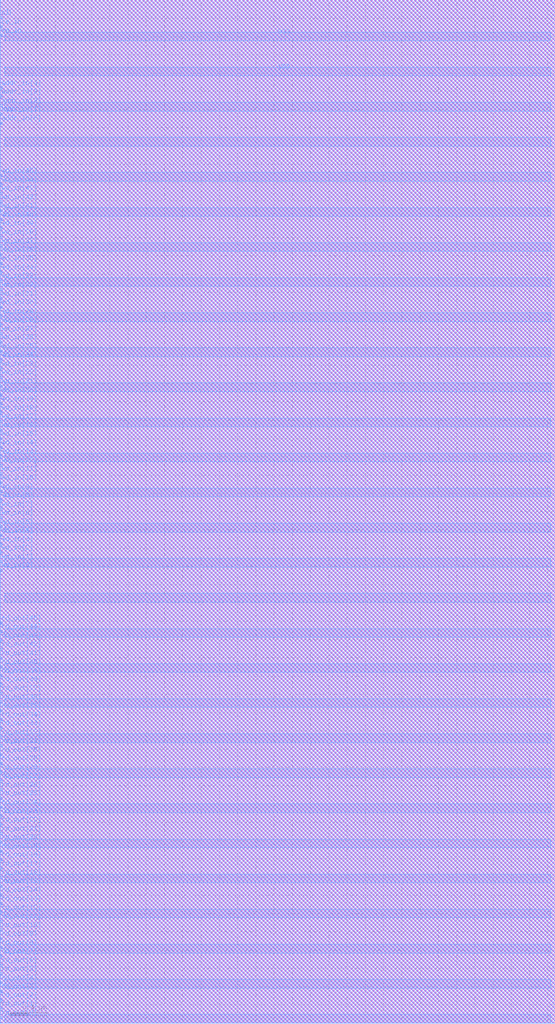
<source format=lef>
# Generated by FakeRAM 2.0
VERSION 5.7 ;
BUSBITCHARS "[]" ;
PROPERTYDEFINITIONS
  MACRO width INTEGER ;
  MACRO depth INTEGER ;
  MACRO banks INTEGER ;
END PROPERTYDEFINITIONS
MACRO fakeram_32x46
  PROPERTY width 46 ;
  PROPERTY depth 32 ;
  PROPERTY banks 1 ;
  FOREIGN fakeram_32x46 0 0 ;
  SYMMETRY X Y R90 ;
  SIZE 6.080 BY 11.200 ;
  CLASS BLOCK ;
  PIN rd_out[0]
    DIRECTION OUTPUT ;
    USE SIGNAL ;
    SHAPE ABUTMENT ;
    PORT
      LAYER M4 ;
      RECT 0.000 0.048 0.024 0.072 ;
    END
  END rd_out[0]
  PIN rd_out[1]
    DIRECTION OUTPUT ;
    USE SIGNAL ;
    SHAPE ABUTMENT ;
    PORT
      LAYER M4 ;
      RECT 0.000 0.144 0.024 0.168 ;
    END
  END rd_out[1]
  PIN rd_out[2]
    DIRECTION OUTPUT ;
    USE SIGNAL ;
    SHAPE ABUTMENT ;
    PORT
      LAYER M4 ;
      RECT 0.000 0.240 0.024 0.264 ;
    END
  END rd_out[2]
  PIN rd_out[3]
    DIRECTION OUTPUT ;
    USE SIGNAL ;
    SHAPE ABUTMENT ;
    PORT
      LAYER M4 ;
      RECT 0.000 0.336 0.024 0.360 ;
    END
  END rd_out[3]
  PIN rd_out[4]
    DIRECTION OUTPUT ;
    USE SIGNAL ;
    SHAPE ABUTMENT ;
    PORT
      LAYER M4 ;
      RECT 0.000 0.432 0.024 0.456 ;
    END
  END rd_out[4]
  PIN rd_out[5]
    DIRECTION OUTPUT ;
    USE SIGNAL ;
    SHAPE ABUTMENT ;
    PORT
      LAYER M4 ;
      RECT 0.000 0.528 0.024 0.552 ;
    END
  END rd_out[5]
  PIN rd_out[6]
    DIRECTION OUTPUT ;
    USE SIGNAL ;
    SHAPE ABUTMENT ;
    PORT
      LAYER M4 ;
      RECT 0.000 0.624 0.024 0.648 ;
    END
  END rd_out[6]
  PIN rd_out[7]
    DIRECTION OUTPUT ;
    USE SIGNAL ;
    SHAPE ABUTMENT ;
    PORT
      LAYER M4 ;
      RECT 0.000 0.720 0.024 0.744 ;
    END
  END rd_out[7]
  PIN rd_out[8]
    DIRECTION OUTPUT ;
    USE SIGNAL ;
    SHAPE ABUTMENT ;
    PORT
      LAYER M4 ;
      RECT 0.000 0.816 0.024 0.840 ;
    END
  END rd_out[8]
  PIN rd_out[9]
    DIRECTION OUTPUT ;
    USE SIGNAL ;
    SHAPE ABUTMENT ;
    PORT
      LAYER M4 ;
      RECT 0.000 0.912 0.024 0.936 ;
    END
  END rd_out[9]
  PIN rd_out[10]
    DIRECTION OUTPUT ;
    USE SIGNAL ;
    SHAPE ABUTMENT ;
    PORT
      LAYER M4 ;
      RECT 0.000 1.008 0.024 1.032 ;
    END
  END rd_out[10]
  PIN rd_out[11]
    DIRECTION OUTPUT ;
    USE SIGNAL ;
    SHAPE ABUTMENT ;
    PORT
      LAYER M4 ;
      RECT 0.000 1.104 0.024 1.128 ;
    END
  END rd_out[11]
  PIN rd_out[12]
    DIRECTION OUTPUT ;
    USE SIGNAL ;
    SHAPE ABUTMENT ;
    PORT
      LAYER M4 ;
      RECT 0.000 1.200 0.024 1.224 ;
    END
  END rd_out[12]
  PIN rd_out[13]
    DIRECTION OUTPUT ;
    USE SIGNAL ;
    SHAPE ABUTMENT ;
    PORT
      LAYER M4 ;
      RECT 0.000 1.296 0.024 1.320 ;
    END
  END rd_out[13]
  PIN rd_out[14]
    DIRECTION OUTPUT ;
    USE SIGNAL ;
    SHAPE ABUTMENT ;
    PORT
      LAYER M4 ;
      RECT 0.000 1.392 0.024 1.416 ;
    END
  END rd_out[14]
  PIN rd_out[15]
    DIRECTION OUTPUT ;
    USE SIGNAL ;
    SHAPE ABUTMENT ;
    PORT
      LAYER M4 ;
      RECT 0.000 1.488 0.024 1.512 ;
    END
  END rd_out[15]
  PIN rd_out[16]
    DIRECTION OUTPUT ;
    USE SIGNAL ;
    SHAPE ABUTMENT ;
    PORT
      LAYER M4 ;
      RECT 0.000 1.584 0.024 1.608 ;
    END
  END rd_out[16]
  PIN rd_out[17]
    DIRECTION OUTPUT ;
    USE SIGNAL ;
    SHAPE ABUTMENT ;
    PORT
      LAYER M4 ;
      RECT 0.000 1.680 0.024 1.704 ;
    END
  END rd_out[17]
  PIN rd_out[18]
    DIRECTION OUTPUT ;
    USE SIGNAL ;
    SHAPE ABUTMENT ;
    PORT
      LAYER M4 ;
      RECT 0.000 1.776 0.024 1.800 ;
    END
  END rd_out[18]
  PIN rd_out[19]
    DIRECTION OUTPUT ;
    USE SIGNAL ;
    SHAPE ABUTMENT ;
    PORT
      LAYER M4 ;
      RECT 0.000 1.872 0.024 1.896 ;
    END
  END rd_out[19]
  PIN rd_out[20]
    DIRECTION OUTPUT ;
    USE SIGNAL ;
    SHAPE ABUTMENT ;
    PORT
      LAYER M4 ;
      RECT 0.000 1.968 0.024 1.992 ;
    END
  END rd_out[20]
  PIN rd_out[21]
    DIRECTION OUTPUT ;
    USE SIGNAL ;
    SHAPE ABUTMENT ;
    PORT
      LAYER M4 ;
      RECT 0.000 2.064 0.024 2.088 ;
    END
  END rd_out[21]
  PIN rd_out[22]
    DIRECTION OUTPUT ;
    USE SIGNAL ;
    SHAPE ABUTMENT ;
    PORT
      LAYER M4 ;
      RECT 0.000 2.160 0.024 2.184 ;
    END
  END rd_out[22]
  PIN rd_out[23]
    DIRECTION OUTPUT ;
    USE SIGNAL ;
    SHAPE ABUTMENT ;
    PORT
      LAYER M4 ;
      RECT 0.000 2.256 0.024 2.280 ;
    END
  END rd_out[23]
  PIN rd_out[24]
    DIRECTION OUTPUT ;
    USE SIGNAL ;
    SHAPE ABUTMENT ;
    PORT
      LAYER M4 ;
      RECT 0.000 2.352 0.024 2.376 ;
    END
  END rd_out[24]
  PIN rd_out[25]
    DIRECTION OUTPUT ;
    USE SIGNAL ;
    SHAPE ABUTMENT ;
    PORT
      LAYER M4 ;
      RECT 0.000 2.448 0.024 2.472 ;
    END
  END rd_out[25]
  PIN rd_out[26]
    DIRECTION OUTPUT ;
    USE SIGNAL ;
    SHAPE ABUTMENT ;
    PORT
      LAYER M4 ;
      RECT 0.000 2.544 0.024 2.568 ;
    END
  END rd_out[26]
  PIN rd_out[27]
    DIRECTION OUTPUT ;
    USE SIGNAL ;
    SHAPE ABUTMENT ;
    PORT
      LAYER M4 ;
      RECT 0.000 2.640 0.024 2.664 ;
    END
  END rd_out[27]
  PIN rd_out[28]
    DIRECTION OUTPUT ;
    USE SIGNAL ;
    SHAPE ABUTMENT ;
    PORT
      LAYER M4 ;
      RECT 0.000 2.736 0.024 2.760 ;
    END
  END rd_out[28]
  PIN rd_out[29]
    DIRECTION OUTPUT ;
    USE SIGNAL ;
    SHAPE ABUTMENT ;
    PORT
      LAYER M4 ;
      RECT 0.000 2.832 0.024 2.856 ;
    END
  END rd_out[29]
  PIN rd_out[30]
    DIRECTION OUTPUT ;
    USE SIGNAL ;
    SHAPE ABUTMENT ;
    PORT
      LAYER M4 ;
      RECT 0.000 2.928 0.024 2.952 ;
    END
  END rd_out[30]
  PIN rd_out[31]
    DIRECTION OUTPUT ;
    USE SIGNAL ;
    SHAPE ABUTMENT ;
    PORT
      LAYER M4 ;
      RECT 0.000 3.024 0.024 3.048 ;
    END
  END rd_out[31]
  PIN rd_out[32]
    DIRECTION OUTPUT ;
    USE SIGNAL ;
    SHAPE ABUTMENT ;
    PORT
      LAYER M4 ;
      RECT 0.000 3.120 0.024 3.144 ;
    END
  END rd_out[32]
  PIN rd_out[33]
    DIRECTION OUTPUT ;
    USE SIGNAL ;
    SHAPE ABUTMENT ;
    PORT
      LAYER M4 ;
      RECT 0.000 3.216 0.024 3.240 ;
    END
  END rd_out[33]
  PIN rd_out[34]
    DIRECTION OUTPUT ;
    USE SIGNAL ;
    SHAPE ABUTMENT ;
    PORT
      LAYER M4 ;
      RECT 0.000 3.312 0.024 3.336 ;
    END
  END rd_out[34]
  PIN rd_out[35]
    DIRECTION OUTPUT ;
    USE SIGNAL ;
    SHAPE ABUTMENT ;
    PORT
      LAYER M4 ;
      RECT 0.000 3.408 0.024 3.432 ;
    END
  END rd_out[35]
  PIN rd_out[36]
    DIRECTION OUTPUT ;
    USE SIGNAL ;
    SHAPE ABUTMENT ;
    PORT
      LAYER M4 ;
      RECT 0.000 3.504 0.024 3.528 ;
    END
  END rd_out[36]
  PIN rd_out[37]
    DIRECTION OUTPUT ;
    USE SIGNAL ;
    SHAPE ABUTMENT ;
    PORT
      LAYER M4 ;
      RECT 0.000 3.600 0.024 3.624 ;
    END
  END rd_out[37]
  PIN rd_out[38]
    DIRECTION OUTPUT ;
    USE SIGNAL ;
    SHAPE ABUTMENT ;
    PORT
      LAYER M4 ;
      RECT 0.000 3.696 0.024 3.720 ;
    END
  END rd_out[38]
  PIN rd_out[39]
    DIRECTION OUTPUT ;
    USE SIGNAL ;
    SHAPE ABUTMENT ;
    PORT
      LAYER M4 ;
      RECT 0.000 3.792 0.024 3.816 ;
    END
  END rd_out[39]
  PIN rd_out[40]
    DIRECTION OUTPUT ;
    USE SIGNAL ;
    SHAPE ABUTMENT ;
    PORT
      LAYER M4 ;
      RECT 0.000 3.888 0.024 3.912 ;
    END
  END rd_out[40]
  PIN rd_out[41]
    DIRECTION OUTPUT ;
    USE SIGNAL ;
    SHAPE ABUTMENT ;
    PORT
      LAYER M4 ;
      RECT 0.000 3.984 0.024 4.008 ;
    END
  END rd_out[41]
  PIN rd_out[42]
    DIRECTION OUTPUT ;
    USE SIGNAL ;
    SHAPE ABUTMENT ;
    PORT
      LAYER M4 ;
      RECT 0.000 4.080 0.024 4.104 ;
    END
  END rd_out[42]
  PIN rd_out[43]
    DIRECTION OUTPUT ;
    USE SIGNAL ;
    SHAPE ABUTMENT ;
    PORT
      LAYER M4 ;
      RECT 0.000 4.176 0.024 4.200 ;
    END
  END rd_out[43]
  PIN rd_out[44]
    DIRECTION OUTPUT ;
    USE SIGNAL ;
    SHAPE ABUTMENT ;
    PORT
      LAYER M4 ;
      RECT 0.000 4.272 0.024 4.296 ;
    END
  END rd_out[44]
  PIN rd_out[45]
    DIRECTION OUTPUT ;
    USE SIGNAL ;
    SHAPE ABUTMENT ;
    PORT
      LAYER M4 ;
      RECT 0.000 4.368 0.024 4.392 ;
    END
  END rd_out[45]
  PIN wd_in[0]
    DIRECTION INPUT ;
    USE SIGNAL ;
    SHAPE ABUTMENT ;
    PORT
      LAYER M4 ;
      RECT 0.000 4.944 0.024 4.968 ;
    END
  END wd_in[0]
  PIN wd_in[1]
    DIRECTION INPUT ;
    USE SIGNAL ;
    SHAPE ABUTMENT ;
    PORT
      LAYER M4 ;
      RECT 0.000 5.040 0.024 5.064 ;
    END
  END wd_in[1]
  PIN wd_in[2]
    DIRECTION INPUT ;
    USE SIGNAL ;
    SHAPE ABUTMENT ;
    PORT
      LAYER M4 ;
      RECT 0.000 5.136 0.024 5.160 ;
    END
  END wd_in[2]
  PIN wd_in[3]
    DIRECTION INPUT ;
    USE SIGNAL ;
    SHAPE ABUTMENT ;
    PORT
      LAYER M4 ;
      RECT 0.000 5.232 0.024 5.256 ;
    END
  END wd_in[3]
  PIN wd_in[4]
    DIRECTION INPUT ;
    USE SIGNAL ;
    SHAPE ABUTMENT ;
    PORT
      LAYER M4 ;
      RECT 0.000 5.328 0.024 5.352 ;
    END
  END wd_in[4]
  PIN wd_in[5]
    DIRECTION INPUT ;
    USE SIGNAL ;
    SHAPE ABUTMENT ;
    PORT
      LAYER M4 ;
      RECT 0.000 5.424 0.024 5.448 ;
    END
  END wd_in[5]
  PIN wd_in[6]
    DIRECTION INPUT ;
    USE SIGNAL ;
    SHAPE ABUTMENT ;
    PORT
      LAYER M4 ;
      RECT 0.000 5.520 0.024 5.544 ;
    END
  END wd_in[6]
  PIN wd_in[7]
    DIRECTION INPUT ;
    USE SIGNAL ;
    SHAPE ABUTMENT ;
    PORT
      LAYER M4 ;
      RECT 0.000 5.616 0.024 5.640 ;
    END
  END wd_in[7]
  PIN wd_in[8]
    DIRECTION INPUT ;
    USE SIGNAL ;
    SHAPE ABUTMENT ;
    PORT
      LAYER M4 ;
      RECT 0.000 5.712 0.024 5.736 ;
    END
  END wd_in[8]
  PIN wd_in[9]
    DIRECTION INPUT ;
    USE SIGNAL ;
    SHAPE ABUTMENT ;
    PORT
      LAYER M4 ;
      RECT 0.000 5.808 0.024 5.832 ;
    END
  END wd_in[9]
  PIN wd_in[10]
    DIRECTION INPUT ;
    USE SIGNAL ;
    SHAPE ABUTMENT ;
    PORT
      LAYER M4 ;
      RECT 0.000 5.904 0.024 5.928 ;
    END
  END wd_in[10]
  PIN wd_in[11]
    DIRECTION INPUT ;
    USE SIGNAL ;
    SHAPE ABUTMENT ;
    PORT
      LAYER M4 ;
      RECT 0.000 6.000 0.024 6.024 ;
    END
  END wd_in[11]
  PIN wd_in[12]
    DIRECTION INPUT ;
    USE SIGNAL ;
    SHAPE ABUTMENT ;
    PORT
      LAYER M4 ;
      RECT 0.000 6.096 0.024 6.120 ;
    END
  END wd_in[12]
  PIN wd_in[13]
    DIRECTION INPUT ;
    USE SIGNAL ;
    SHAPE ABUTMENT ;
    PORT
      LAYER M4 ;
      RECT 0.000 6.192 0.024 6.216 ;
    END
  END wd_in[13]
  PIN wd_in[14]
    DIRECTION INPUT ;
    USE SIGNAL ;
    SHAPE ABUTMENT ;
    PORT
      LAYER M4 ;
      RECT 0.000 6.288 0.024 6.312 ;
    END
  END wd_in[14]
  PIN wd_in[15]
    DIRECTION INPUT ;
    USE SIGNAL ;
    SHAPE ABUTMENT ;
    PORT
      LAYER M4 ;
      RECT 0.000 6.384 0.024 6.408 ;
    END
  END wd_in[15]
  PIN wd_in[16]
    DIRECTION INPUT ;
    USE SIGNAL ;
    SHAPE ABUTMENT ;
    PORT
      LAYER M4 ;
      RECT 0.000 6.480 0.024 6.504 ;
    END
  END wd_in[16]
  PIN wd_in[17]
    DIRECTION INPUT ;
    USE SIGNAL ;
    SHAPE ABUTMENT ;
    PORT
      LAYER M4 ;
      RECT 0.000 6.576 0.024 6.600 ;
    END
  END wd_in[17]
  PIN wd_in[18]
    DIRECTION INPUT ;
    USE SIGNAL ;
    SHAPE ABUTMENT ;
    PORT
      LAYER M4 ;
      RECT 0.000 6.672 0.024 6.696 ;
    END
  END wd_in[18]
  PIN wd_in[19]
    DIRECTION INPUT ;
    USE SIGNAL ;
    SHAPE ABUTMENT ;
    PORT
      LAYER M4 ;
      RECT 0.000 6.768 0.024 6.792 ;
    END
  END wd_in[19]
  PIN wd_in[20]
    DIRECTION INPUT ;
    USE SIGNAL ;
    SHAPE ABUTMENT ;
    PORT
      LAYER M4 ;
      RECT 0.000 6.864 0.024 6.888 ;
    END
  END wd_in[20]
  PIN wd_in[21]
    DIRECTION INPUT ;
    USE SIGNAL ;
    SHAPE ABUTMENT ;
    PORT
      LAYER M4 ;
      RECT 0.000 6.960 0.024 6.984 ;
    END
  END wd_in[21]
  PIN wd_in[22]
    DIRECTION INPUT ;
    USE SIGNAL ;
    SHAPE ABUTMENT ;
    PORT
      LAYER M4 ;
      RECT 0.000 7.056 0.024 7.080 ;
    END
  END wd_in[22]
  PIN wd_in[23]
    DIRECTION INPUT ;
    USE SIGNAL ;
    SHAPE ABUTMENT ;
    PORT
      LAYER M4 ;
      RECT 0.000 7.152 0.024 7.176 ;
    END
  END wd_in[23]
  PIN wd_in[24]
    DIRECTION INPUT ;
    USE SIGNAL ;
    SHAPE ABUTMENT ;
    PORT
      LAYER M4 ;
      RECT 0.000 7.248 0.024 7.272 ;
    END
  END wd_in[24]
  PIN wd_in[25]
    DIRECTION INPUT ;
    USE SIGNAL ;
    SHAPE ABUTMENT ;
    PORT
      LAYER M4 ;
      RECT 0.000 7.344 0.024 7.368 ;
    END
  END wd_in[25]
  PIN wd_in[26]
    DIRECTION INPUT ;
    USE SIGNAL ;
    SHAPE ABUTMENT ;
    PORT
      LAYER M4 ;
      RECT 0.000 7.440 0.024 7.464 ;
    END
  END wd_in[26]
  PIN wd_in[27]
    DIRECTION INPUT ;
    USE SIGNAL ;
    SHAPE ABUTMENT ;
    PORT
      LAYER M4 ;
      RECT 0.000 7.536 0.024 7.560 ;
    END
  END wd_in[27]
  PIN wd_in[28]
    DIRECTION INPUT ;
    USE SIGNAL ;
    SHAPE ABUTMENT ;
    PORT
      LAYER M4 ;
      RECT 0.000 7.632 0.024 7.656 ;
    END
  END wd_in[28]
  PIN wd_in[29]
    DIRECTION INPUT ;
    USE SIGNAL ;
    SHAPE ABUTMENT ;
    PORT
      LAYER M4 ;
      RECT 0.000 7.728 0.024 7.752 ;
    END
  END wd_in[29]
  PIN wd_in[30]
    DIRECTION INPUT ;
    USE SIGNAL ;
    SHAPE ABUTMENT ;
    PORT
      LAYER M4 ;
      RECT 0.000 7.824 0.024 7.848 ;
    END
  END wd_in[30]
  PIN wd_in[31]
    DIRECTION INPUT ;
    USE SIGNAL ;
    SHAPE ABUTMENT ;
    PORT
      LAYER M4 ;
      RECT 0.000 7.920 0.024 7.944 ;
    END
  END wd_in[31]
  PIN wd_in[32]
    DIRECTION INPUT ;
    USE SIGNAL ;
    SHAPE ABUTMENT ;
    PORT
      LAYER M4 ;
      RECT 0.000 8.016 0.024 8.040 ;
    END
  END wd_in[32]
  PIN wd_in[33]
    DIRECTION INPUT ;
    USE SIGNAL ;
    SHAPE ABUTMENT ;
    PORT
      LAYER M4 ;
      RECT 0.000 8.112 0.024 8.136 ;
    END
  END wd_in[33]
  PIN wd_in[34]
    DIRECTION INPUT ;
    USE SIGNAL ;
    SHAPE ABUTMENT ;
    PORT
      LAYER M4 ;
      RECT 0.000 8.208 0.024 8.232 ;
    END
  END wd_in[34]
  PIN wd_in[35]
    DIRECTION INPUT ;
    USE SIGNAL ;
    SHAPE ABUTMENT ;
    PORT
      LAYER M4 ;
      RECT 0.000 8.304 0.024 8.328 ;
    END
  END wd_in[35]
  PIN wd_in[36]
    DIRECTION INPUT ;
    USE SIGNAL ;
    SHAPE ABUTMENT ;
    PORT
      LAYER M4 ;
      RECT 0.000 8.400 0.024 8.424 ;
    END
  END wd_in[36]
  PIN wd_in[37]
    DIRECTION INPUT ;
    USE SIGNAL ;
    SHAPE ABUTMENT ;
    PORT
      LAYER M4 ;
      RECT 0.000 8.496 0.024 8.520 ;
    END
  END wd_in[37]
  PIN wd_in[38]
    DIRECTION INPUT ;
    USE SIGNAL ;
    SHAPE ABUTMENT ;
    PORT
      LAYER M4 ;
      RECT 0.000 8.592 0.024 8.616 ;
    END
  END wd_in[38]
  PIN wd_in[39]
    DIRECTION INPUT ;
    USE SIGNAL ;
    SHAPE ABUTMENT ;
    PORT
      LAYER M4 ;
      RECT 0.000 8.688 0.024 8.712 ;
    END
  END wd_in[39]
  PIN wd_in[40]
    DIRECTION INPUT ;
    USE SIGNAL ;
    SHAPE ABUTMENT ;
    PORT
      LAYER M4 ;
      RECT 0.000 8.784 0.024 8.808 ;
    END
  END wd_in[40]
  PIN wd_in[41]
    DIRECTION INPUT ;
    USE SIGNAL ;
    SHAPE ABUTMENT ;
    PORT
      LAYER M4 ;
      RECT 0.000 8.880 0.024 8.904 ;
    END
  END wd_in[41]
  PIN wd_in[42]
    DIRECTION INPUT ;
    USE SIGNAL ;
    SHAPE ABUTMENT ;
    PORT
      LAYER M4 ;
      RECT 0.000 8.976 0.024 9.000 ;
    END
  END wd_in[42]
  PIN wd_in[43]
    DIRECTION INPUT ;
    USE SIGNAL ;
    SHAPE ABUTMENT ;
    PORT
      LAYER M4 ;
      RECT 0.000 9.072 0.024 9.096 ;
    END
  END wd_in[43]
  PIN wd_in[44]
    DIRECTION INPUT ;
    USE SIGNAL ;
    SHAPE ABUTMENT ;
    PORT
      LAYER M4 ;
      RECT 0.000 9.168 0.024 9.192 ;
    END
  END wd_in[44]
  PIN wd_in[45]
    DIRECTION INPUT ;
    USE SIGNAL ;
    SHAPE ABUTMENT ;
    PORT
      LAYER M4 ;
      RECT 0.000 9.264 0.024 9.288 ;
    END
  END wd_in[45]
  PIN addr_in[0]
    DIRECTION INPUT ;
    USE SIGNAL ;
    SHAPE ABUTMENT ;
    PORT
      LAYER M4 ;
      RECT 0.000 9.840 0.024 9.864 ;
    END
  END addr_in[0]
  PIN addr_in[1]
    DIRECTION INPUT ;
    USE SIGNAL ;
    SHAPE ABUTMENT ;
    PORT
      LAYER M4 ;
      RECT 0.000 9.936 0.024 9.960 ;
    END
  END addr_in[1]
  PIN addr_in[2]
    DIRECTION INPUT ;
    USE SIGNAL ;
    SHAPE ABUTMENT ;
    PORT
      LAYER M4 ;
      RECT 0.000 10.032 0.024 10.056 ;
    END
  END addr_in[2]
  PIN addr_in[3]
    DIRECTION INPUT ;
    USE SIGNAL ;
    SHAPE ABUTMENT ;
    PORT
      LAYER M4 ;
      RECT 0.000 10.128 0.024 10.152 ;
    END
  END addr_in[3]
  PIN addr_in[4]
    DIRECTION INPUT ;
    USE SIGNAL ;
    SHAPE ABUTMENT ;
    PORT
      LAYER M4 ;
      RECT 0.000 10.224 0.024 10.248 ;
    END
  END addr_in[4]
  PIN we_in
    DIRECTION INPUT ;
    USE SIGNAL ;
    SHAPE ABUTMENT ;
    PORT
      LAYER M4 ;
      RECT 0.000 10.800 0.024 10.824 ;
    END
  END we_in
  PIN ce_in
    DIRECTION INPUT ;
    USE SIGNAL ;
    SHAPE ABUTMENT ;
    PORT
      LAYER M4 ;
      RECT 0.000 10.896 0.024 10.920 ;
    END
  END ce_in
  PIN clk
    DIRECTION INPUT ;
    USE SIGNAL ;
    SHAPE ABUTMENT ;
    PORT
      LAYER M4 ;
      RECT 0.000 10.992 0.024 11.016 ;
    END
  END clk
  PIN VSS
    DIRECTION INOUT ;
    USE GROUND ;
    PORT
      LAYER M4 ;
      RECT 0.048 0.000 6.032 0.096 ;
      RECT 0.048 0.768 6.032 0.864 ;
      RECT 0.048 1.536 6.032 1.632 ;
      RECT 0.048 2.304 6.032 2.400 ;
      RECT 0.048 3.072 6.032 3.168 ;
      RECT 0.048 3.840 6.032 3.936 ;
      RECT 0.048 4.608 6.032 4.704 ;
      RECT 0.048 5.376 6.032 5.472 ;
      RECT 0.048 6.144 6.032 6.240 ;
      RECT 0.048 6.912 6.032 7.008 ;
      RECT 0.048 7.680 6.032 7.776 ;
      RECT 0.048 8.448 6.032 8.544 ;
      RECT 0.048 9.216 6.032 9.312 ;
      RECT 0.048 9.984 6.032 10.080 ;
      RECT 0.048 10.752 6.032 10.848 ;
    END
  END VSS
  PIN VDD
    DIRECTION INOUT ;
    USE POWER ;
    PORT
      LAYER M4 ;
      RECT 0.048 0.384 6.032 0.480 ;
      RECT 0.048 1.152 6.032 1.248 ;
      RECT 0.048 1.920 6.032 2.016 ;
      RECT 0.048 2.688 6.032 2.784 ;
      RECT 0.048 3.456 6.032 3.552 ;
      RECT 0.048 4.224 6.032 4.320 ;
      RECT 0.048 4.992 6.032 5.088 ;
      RECT 0.048 5.760 6.032 5.856 ;
      RECT 0.048 6.528 6.032 6.624 ;
      RECT 0.048 7.296 6.032 7.392 ;
      RECT 0.048 8.064 6.032 8.160 ;
      RECT 0.048 8.832 6.032 8.928 ;
      RECT 0.048 9.600 6.032 9.696 ;
      RECT 0.048 10.368 6.032 10.464 ;
    END
  END VDD
  OBS
    LAYER M1 ;
    RECT 0 0 6.080 11.200 ;
    LAYER M2 ;
    RECT 0 0 6.080 11.200 ;
    LAYER M3 ;
    RECT 0 0 6.080 11.200 ;
    LAYER M4 ;
    RECT 0 0 6.080 11.200 ;
  END
END fakeram_32x46

END LIBRARY

</source>
